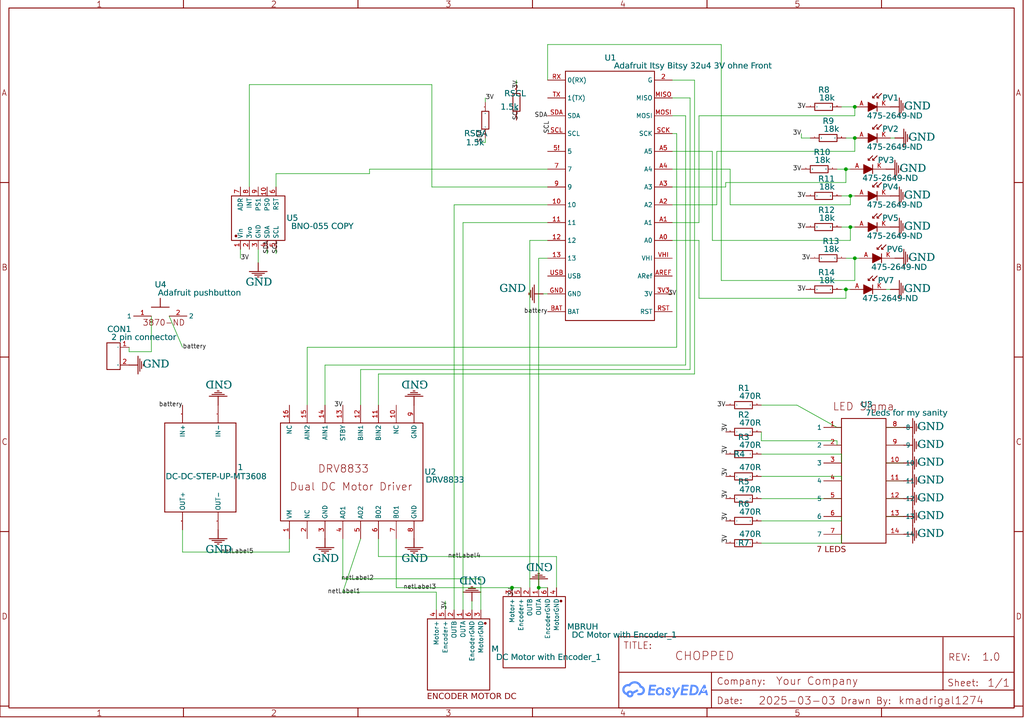
<source format=kicad_sch>
(kicad_sch (version 20250114) (generator "eeschema") (generator_version "9.0")
  (paper "User" 292.1 205.105)
  (lib_symbols
    (symbol "2 pin connector"
      (property "Reference" "CON1" (at -1.1176 8.5217 0))
      (property "Value" "2 pin connector" (at -1.1176 6.2865 0))
      (symbol "2 pin connector_0_0"
        (pin unspecified line (at 5.08 2.54 180) (length 2.54) (name "1") (number "1"))
        (pin unspecified line (at 5.08 -2.54 180) (length 2.54) (name "2") (number "2"))
      )
    )
    (symbol "475-2649-ND"
      (property "Reference" "PV1" (at 2.8194 2.1209 0))
      (property "Value" "475-2649-ND" (at -3.302 -2.9337 0))
      (symbol "475-2649-ND_0_0"
        (pin unspecified line (at -5.08 -1.27 0) (length 3.81) (name "") (number "A"))
        (pin unspecified line (at 5.08 -1.27 180) (length 3.81) (name "") (number "K"))
      )
    )
    (symbol "475-2649-ND_1"
      (property "Reference" "PV2" (at 2.8194 2.1209 0))
      (property "Value" "475-2649-ND" (at -3.302 -2.9337 0))
      (symbol "475-2649-ND_1_0_0"
        (pin unspecified line (at -5.08 -1.27 0) (length 3.81) (name "") (number "A"))
        (pin unspecified line (at 5.08 -1.27 180) (length 3.81) (name "") (number "K"))
      )
    )
    (symbol "475-2649-ND_2"
      (property "Reference" "PV3" (at 2.8194 2.1209 0))
      (property "Value" "475-2649-ND" (at -3.302 -2.9337 0))
      (symbol "475-2649-ND_2_0_0"
        (pin unspecified line (at -5.08 -1.27 0) (length 3.81) (name "") (number "A"))
        (pin unspecified line (at 5.08 -1.27 180) (length 3.81) (name "") (number "K"))
      )
    )
    (symbol "475-2649-ND_3"
      (property "Reference" "PV4" (at 2.8194 2.1209 0))
      (property "Value" "475-2649-ND" (at -3.302 -2.9337 0))
      (symbol "475-2649-ND_3_0_0"
        (pin unspecified line (at -5.08 -1.27 0) (length 3.81) (name "") (number "A"))
        (pin unspecified line (at 5.08 -1.27 180) (length 3.81) (name "") (number "K"))
      )
    )
    (symbol "475-2649-ND_4"
      (property "Reference" "PV5" (at 2.8194 2.1209 0))
      (property "Value" "475-2649-ND" (at -3.302 -2.9337 0))
      (symbol "475-2649-ND_4_0_0"
        (pin unspecified line (at -5.08 -1.27 0) (length 3.81) (name "") (number "A"))
        (pin unspecified line (at 5.08 -1.27 180) (length 3.81) (name "") (number "K"))
      )
    )
    (symbol "475-2649-ND_5"
      (property "Reference" "PV6" (at 2.8194 2.1209 0))
      (property "Value" "475-2649-ND" (at -3.302 -2.9337 0))
      (symbol "475-2649-ND_5_0_0"
        (pin unspecified line (at -5.08 -1.27 0) (length 3.81) (name "") (number "A"))
        (pin unspecified line (at 5.08 -1.27 180) (length 3.81) (name "") (number "K"))
      )
    )
    (symbol "475-2649-ND_6"
      (property "Reference" "PV7" (at 2.8194 2.1209 0))
      (property "Value" "475-2649-ND" (at -3.302 -2.9337 0))
      (symbol "475-2649-ND_6_0_0"
        (pin unspecified line (at -5.08 -1.27 0) (length 3.81) (name "") (number "A"))
        (pin unspecified line (at 5.08 -1.27 180) (length 3.81) (name "") (number "K"))
      )
    )
    (symbol "7Leds for my sanity"
      (property "Reference" "U3" (at 0.508 22.6187 0))
      (property "Value" "7Leds for my sanity" (at 0.508 20.2819 0))
      (symbol "7Leds for my sanity_0_0"
        (text "7 LEDS" (at -12.1666 -18.6309 0) (effects (font (size 1.6891 1.6891)) (justify left top)))
        (text "LED Sigma" (at -7.62 22.4917 0) (effects (font (size 2.1717 2.1717)) (justify left top)))
        (pin unspecified line (at -5.08 15.24 180) (length 5.08) (name "1") (number "1"))
        (pin unspecified line (at -5.08 10.16 180) (length 5.08) (name "2") (number "2"))
        (pin unspecified line (at -5.08 5.08 180) (length 5.08) (name "3") (number "3"))
        (pin unspecified line (at -5.08 0 180) (length 5.08) (name "4") (number "4"))
        (pin unspecified line (at -5.08 -5.08 180) (length 5.08) (name "5") (number "5"))
        (pin unspecified line (at -5.08 -10.16 180) (length 5.08) (name "6") (number "6"))
        (pin unspecified line (at -5.08 -15.24 180) (length 5.08) (name "7") (number "7"))
        (pin unspecified line (at 7.62 15.24 0) (length 5.08) (name "8") (number "8"))
        (pin unspecified line (at 7.62 10.16 0) (length 5.08) (name "9") (number "9"))
        (pin unspecified line (at 7.62 5.08 0) (length 5.08) (name "10") (number "10"))
        (pin unspecified line (at 7.62 0 0) (length 5.08) (name "11") (number "11"))
        (pin unspecified line (at 7.62 -5.08 0) (length 5.08) (name "12") (number "12"))
        (pin unspecified line (at 7.62 -10.16 0) (length 5.08) (name "13") (number "13"))
        (pin unspecified line (at 7.62 -15.24 0) (length 5.08) (name "14") (number "14"))
      )
    )
    (symbol "Adafruit Itsy Bitsy 32u4 3V ohne Front"
      (property "Reference" "U1" (at -14.1986 4.6609 0))
      (property "Value" "Adafruit Itsy Bitsy 32u4 3V ohne Front" (at -14.1986 2.4511 0))
      (symbol "Adafruit Itsy Bitsy 32u4 3V ohne Front_0_0"
        (pin unspecified line (at -30.48 -2.54 0) (length 5.08) (name "0(RX)") (number "RX"))
        (pin unspecified line (at -30.48 -7.62 0) (length 5.08) (name "1(TX)") (number "TX"))
        (pin unspecified line (at -30.48 -12.7 0) (length 5.08) (name "SDA") (number "SDA"))
        (pin unspecified line (at -30.48 -17.78 0) (length 5.08) (name "SCL") (number "SCL"))
        (pin unspecified line (at -30.48 -22.86 0) (length 5.08) (name "5") (number "5!"))
        (pin unspecified line (at -30.48 -27.94 0) (length 5.08) (name "7") (number "7"))
        (pin unspecified line (at -30.48 -33.02 0) (length 5.08) (name "9") (number "9"))
        (pin unspecified line (at -30.48 -38.1 0) (length 5.08) (name "10") (number "10"))
        (pin unspecified line (at -30.48 -43.18 0) (length 5.08) (name "11") (number "11"))
        (pin unspecified line (at -30.48 -48.26 0) (length 5.08) (name "12") (number "12"))
        (pin unspecified line (at -30.48 -53.34 0) (length 5.08) (name "13") (number "13"))
        (pin unspecified line (at -30.48 -58.42 0) (length 5.08) (name "USB") (number "USB"))
        (pin unspecified line (at -30.48 -63.5 0) (length 5.08) (name "GND") (number "GND"))
        (pin unspecified line (at -30.48 -68.58 0) (length 5.08) (name "BAT") (number "BAT"))
        (pin unspecified line (at 5.08 -2.54 180) (length 5.08) (name "G") (number "2"))
        (pin unspecified line (at 5.08 -7.62 180) (length 5.08) (name "MISO") (number "MISO"))
        (pin unspecified line (at 5.08 -12.7 180) (length 5.08) (name "MOSI") (number "MOSI"))
        (pin unspecified line (at 5.08 -17.78 180) (length 5.08) (name "SCK") (number "SCK"))
        (pin unspecified line (at 5.08 -22.86 180) (length 5.08) (name "A5") (number "A5"))
        (pin unspecified line (at 5.08 -27.94 180) (length 5.08) (name "A4") (number "A4"))
        (pin unspecified line (at 5.08 -33.02 180) (length 5.08) (name "A3") (number "A3"))
        (pin unspecified line (at 5.08 -38.1 180) (length 5.08) (name "A2") (number "A2"))
        (pin unspecified line (at 5.08 -43.18 180) (length 5.08) (name "A1") (number "A1"))
        (pin unspecified line (at 5.08 -48.26 180) (length 5.08) (name "A0") (number "A0"))
        (pin unspecified line (at 5.08 -53.34 180) (length 5.08) (name "VHI") (number "VHI"))
        (pin unspecified line (at 5.08 -58.42 180) (length 5.08) (name "ARef") (number "AREF"))
        (pin unspecified line (at 5.08 -63.5 180) (length 5.08) (name "3V") (number "3V3"))
        (pin unspecified line (at 5.08 -68.58 180) (length 5.08) (name "RST") (number "RST"))
      )
    )
    (symbol "Adafruit pushbutton"
      (property "Reference" "U4" (at 6.096 9.8171 0))
      (property "Value" "Adafruit pushbutton" (at 6.096 7.5311 0))
      (symbol "Adafruit pushbutton_0_0"
        (text "3870-ND" (at 2.54 -0.8509 0) (effects (font (size 1.6891 1.6891)) (justify left top)))
        (pin unspecified line (at 5.08 0 180) (length 5.08) (name "1") (number "1"))
        (pin unspecified line (at 10.16 0 0) (length 5.08) (name "2") (number "2"))
      )
    )
    (symbol "BNO-055 COPY"
      (property "Reference" "U5" (at 8.128 0.8763 0))
      (property "Value" "BNO-055 COPY" (at 8.128 -1.4097 0))
      (symbol "BNO-055 COPY_0_0"
        (pin unspecified line (at -5.08 8.89 270) (length 2.54) (name "ADR") (number "7"))
        (pin unspecified line (at -5.08 -8.89 90) (length 2.54) (name "Vin") (number "1"))
        (pin unspecified line (at -2.54 8.89 270) (length 2.54) (name "INT") (number "8"))
        (pin unspecified line (at -2.54 -8.89 90) (length 2.54) (name "3vo") (number "2"))
        (pin unspecified line (at 0 8.89 270) (length 2.54) (name "PS1") (number "9"))
        (pin unspecified line (at 0 -8.89 90) (length 2.54) (name "GND") (number "3"))
        (pin unspecified line (at 2.54 8.89 270) (length 2.54) (name "PS0") (number "10"))
        (pin unspecified line (at 2.54 -8.89 90) (length 2.54) (name "SDA") (number "4"))
        (pin unspecified line (at 5.08 8.89 270) (length 2.54) (name "RST") (number "6"))
        (pin unspecified line (at 5.08 -8.89 90) (length 2.54) (name "SCL") (number "5"))
      )
    )
    (symbol "Basic Resistor"
      (property "Reference" "R8" (at -1.4986 5.6769 0))
      (property "Value" "18k" (at -1.4986 3.4671 0))
      (symbol "Basic Resistor_0_0"
        (pin unspecified line (at -5.08 0 0) (length 2.54) (name "1") (number "1"))
        (pin unspecified line (at 5.08 0 180) (length 2.54) (name "2") (number "2"))
      )
    )
    (symbol "Basic Resistor_1"
      (property "Reference" "R9" (at -1.4986 5.6769 0))
      (property "Value" "18k" (at -1.4986 3.4671 0))
      (symbol "Basic Resistor_1_0_0"
        (pin unspecified line (at -5.08 0 0) (length 2.54) (name "1") (number "1"))
        (pin unspecified line (at 5.08 0 180) (length 2.54) (name "2") (number "2"))
      )
    )
    (symbol "Basic Resistor_10"
      (property "Reference" "R2" (at -1.4986 5.6769 0))
      (property "Value" "470R" (at -1.4986 3.4671 0))
      (symbol "Basic Resistor_10_0_0"
        (pin unspecified line (at -5.08 0 0) (length 2.54) (name "1") (number "1"))
        (pin unspecified line (at 5.08 0 180) (length 2.54) (name "2") (number "2"))
      )
    )
    (symbol "Basic Resistor_11"
      (property "Reference" "R3" (at -1.4986 5.6769 0))
      (property "Value" "470R" (at -1.4986 3.4671 0))
      (symbol "Basic Resistor_11_0_0"
        (pin unspecified line (at -5.08 0 0) (length 2.54) (name "1") (number "1"))
        (pin unspecified line (at 5.08 0 180) (length 2.54) (name "2") (number "2"))
      )
    )
    (symbol "Basic Resistor_12"
      (property "Reference" "R4" (at -2.7686 7.2009 0))
      (property "Value" "470R" (at -1.4986 3.4671 0))
      (symbol "Basic Resistor_12_0_0"
        (pin unspecified line (at -5.08 0 0) (length 2.54) (name "1") (number "1"))
        (pin unspecified line (at 5.08 0 180) (length 2.54) (name "2") (number "2"))
      )
    )
    (symbol "Basic Resistor_13"
      (property "Reference" "R5" (at -1.4986 5.6769 0))
      (property "Value" "470R" (at -1.4986 3.4671 0))
      (symbol "Basic Resistor_13_0_0"
        (pin unspecified line (at -5.08 0 0) (length 2.54) (name "1") (number "1"))
        (pin unspecified line (at 5.08 0 180) (length 2.54) (name "2") (number "2"))
      )
    )
    (symbol "Basic Resistor_14"
      (property "Reference" "R6" (at -1.4986 5.6769 0))
      (property "Value" "470R" (at -1.4986 3.4671 0))
      (symbol "Basic Resistor_14_0_0"
        (pin unspecified line (at -5.08 0 0) (length 2.54) (name "1") (number "1"))
        (pin unspecified line (at 5.08 0 180) (length 2.54) (name "2") (number "2"))
      )
    )
    (symbol "Basic Resistor_15"
      (property "Reference" "R7" (at -1.4986 0.8763 0))
      (property "Value" "470R" (at -1.4986 3.4671 0))
      (symbol "Basic Resistor_15_0_0"
        (pin unspecified line (at -5.08 0 0) (length 2.54) (name "1") (number "1"))
        (pin unspecified line (at 5.08 0 180) (length 2.54) (name "2") (number "2"))
      )
    )
    (symbol "Basic Resistor_2"
      (property "Reference" "R10" (at -1.4986 5.6769 0))
      (property "Value" "18k" (at -1.4986 3.4671 0))
      (symbol "Basic Resistor_2_0_0"
        (pin unspecified line (at -5.08 0 0) (length 2.54) (name "1") (number "1"))
        (pin unspecified line (at 5.08 0 180) (length 2.54) (name "2") (number "2"))
      )
    )
    (symbol "Basic Resistor_3"
      (property "Reference" "R11" (at -1.4986 5.6769 0))
      (property "Value" "18k" (at -1.4986 3.4671 0))
      (symbol "Basic Resistor_3_0_0"
        (pin unspecified line (at -5.08 0 0) (length 2.54) (name "1") (number "1"))
        (pin unspecified line (at 5.08 0 180) (length 2.54) (name "2") (number "2"))
      )
    )
    (symbol "Basic Resistor_4"
      (property "Reference" "R12" (at -1.4986 5.6769 0))
      (property "Value" "18k" (at -1.4986 3.4671 0))
      (symbol "Basic Resistor_4_0_0"
        (pin unspecified line (at -5.08 0 0) (length 2.54) (name "1") (number "1"))
        (pin unspecified line (at 5.08 0 180) (length 2.54) (name "2") (number "2"))
      )
    )
    (symbol "Basic Resistor_5"
      (property "Reference" "R13" (at -1.4986 5.6769 0))
      (property "Value" "18k" (at -1.4986 3.4671 0))
      (symbol "Basic Resistor_5_0_0"
        (pin unspecified line (at -5.08 0 0) (length 2.54) (name "1") (number "1"))
        (pin unspecified line (at 5.08 0 180) (length 2.54) (name "2") (number "2"))
      )
    )
    (symbol "Basic Resistor_6"
      (property "Reference" "R14" (at -1.4986 5.6769 0))
      (property "Value" "18k" (at -1.4986 3.4671 0))
      (symbol "Basic Resistor_6_0_0"
        (pin unspecified line (at -5.08 0 0) (length 2.54) (name "1") (number "1"))
        (pin unspecified line (at 5.08 0 180) (length 2.54) (name "2") (number "2"))
      )
    )
    (symbol "Basic Resistor_7"
      (property "Reference" "RSDA" (at -5.969 -2.9337 0))
      (property "Value" "1.5k" (at -5.7658 -5.4737 0))
      (symbol "Basic Resistor_7_0_0"
        (pin unspecified line (at 0 5.08 270) (length 2.54) (name "2") (number "2"))
        (pin unspecified line (at 0 -5.08 90) (length 2.54) (name "1") (number "1"))
      )
    )
    (symbol "Basic Resistor_8"
      (property "Reference" "RSCL" (at -3.429 3.3909 0))
      (property "Value" "1.5k" (at -4.8006 -0.3937 0))
      (symbol "Basic Resistor_8_0_0"
        (pin unspecified line (at 0 5.08 270) (length 2.54) (name "2") (number "2"))
        (pin unspecified line (at 0 -5.08 90) (length 2.54) (name "1") (number "1"))
      )
    )
    (symbol "Basic Resistor_9"
      (property "Reference" "R1" (at -1.4986 5.6769 0))
      (property "Value" "470R" (at -1.4986 3.4671 0))
      (symbol "Basic Resistor_9_0_0"
        (pin unspecified line (at -5.08 0 0) (length 2.54) (name "1") (number "1"))
        (pin unspecified line (at 5.08 0 180) (length 2.54) (name "2") (number "2"))
      )
    )
    (symbol "DC Motor with Encoder_1"
      (property "Reference" "MBRUH" (at 9.398 1.1303 0))
      (property "Value" "DC Motor with Encoder_1" (at 9.398 -1.1557 0))
      (symbol "DC Motor with Encoder_1_0_0"
        (pin unspecified line (at -6.35 11.43 270) (length 2.54) (name "Motor+") (number "3"))
        (pin unspecified line (at -3.81 11.43 270) (length 2.54) (name "Encoder+") (number "5"))
        (pin unspecified line (at -1.27 11.43 270) (length 2.54) (name "OUTB") (number "2"))
        (pin unspecified line (at 1.27 11.43 270) (length 2.54) (name "OUTA") (number "1"))
        (pin unspecified line (at 3.81 11.43 270) (length 2.54) (name "EncoderGND") (number "6"))
        (pin unspecified line (at 6.35 11.43 270) (length 2.54) (name "MotorGND") (number "4"))
      )
    )
    (symbol "DC Motor with Encoder_1_1"
      (property "Reference" "M" (at 9.398 1.1303 0))
      (property "Value" "DC Motor with Encoder_1" (at 9.398 -1.1557 0))
      (symbol "DC Motor with Encoder_1_1_0_0"
        (text "ENCODER MOTOR DC" (at -9.017 -12.2809 0) (effects (font (size 1.6891 1.6891)) (justify left top)))
        (pin unspecified line (at -6.35 11.43 270) (length 2.54) (name "Motor+") (number "4"))
        (pin unspecified line (at -3.81 11.43 270) (length 2.54) (name "Encoder+") (number "5"))
        (pin unspecified line (at -1.27 11.43 270) (length 2.54) (name "OUTB") (number "2"))
        (pin unspecified line (at 1.27 11.43 270) (length 2.54) (name "OUTA") (number "1"))
        (pin unspecified line (at 3.81 11.43 270) (length 2.54) (name "EncoderGND") (number "6"))
        (pin unspecified line (at 6.35 11.43 270) (length 2.54) (name "MotorGND") (number "3"))
      )
    )
    (symbol "DC-DC-STEP-UP-MT3608"
      (property "Reference" "1" (at 10.668 0.8763 0))
      (property "Value" "DC-DC-STEP-UP-MT3608" (at -12.827 -1.6637 0))
      (symbol "DC-DC-STEP-UP-MT3608_0_0"
        (pin bidirectional line (at -5.08 17.78 270) (length 4.9784) (name "IN+") (number "IN+"))
        (pin bidirectional line (at -5.08 -17.78 90) (length 4.9784) (name "OUT+") (number "OUT+"))
        (pin bidirectional line (at 5.08 17.78 270) (length 4.9784) (name "IN-") (number "IN-"))
        (pin bidirectional line (at 5.08 -17.78 90) (length 4.9784) (name "OUT-") (number "OUT-"))
      )
    )
    (symbol "DRV8833"
      (property "Reference" "U2" (at 38.608 19.9009 0))
      (property "Value" "DRV8833" (at 38.608 17.6911 0))
      (symbol "DRV8833_0_0"
        (text "Dual DC Motor Driver" (at 0 16.1417 0) (effects (font (size 2.1717 2.1717)) (justify left top)))
        (text "DRV8833" (at 8.0772 21.2471 0) (effects (font (size 2.1717 2.1717)) (justify left top)))
        (pin unspecified line (at 0 38.1 270) (length 5.08) (name "NC") (number "16"))
        (pin unspecified line (at 0 0 90) (length 5.08) (name "VM") (number "1"))
        (pin unspecified line (at 5.08 38.1 270) (length 5.08) (name "AIN2") (number "15"))
        (pin unspecified line (at 5.08 0 90) (length 5.08) (name "NC") (number "2"))
        (pin unspecified line (at 10.16 38.1 270) (length 5.08) (name "AIN1") (number "14"))
        (pin unspecified line (at 10.16 0 90) (length 5.08) (name "GND") (number "3"))
        (pin unspecified line (at 15.24 38.1 270) (length 5.08) (name "STBY") (number "13"))
        (pin unspecified line (at 15.24 0 90) (length 5.08) (name "AO1") (number "4"))
        (pin unspecified line (at 20.32 38.1 270) (length 5.08) (name "BIN1") (number "12"))
        (pin unspecified line (at 20.32 0 90) (length 5.08) (name "AO2") (number "5"))
        (pin unspecified line (at 25.4 38.1 270) (length 5.08) (name "BIN2") (number "11"))
        (pin unspecified line (at 25.4 0 90) (length 5.08) (name "BO2") (number "6"))
        (pin unspecified line (at 30.48 38.1 270) (length 5.08) (name "NC") (number "10"))
        (pin unspecified line (at 30.48 0 90) (length 5.08) (name "BO1") (number "7"))
        (pin unspecified line (at 35.56 38.1 270) (length 5.08) (name "GND") (number "9"))
        (pin unspecified line (at 35.56 0 90) (length 5.08) (name "GND") (number "8"))
      )
    )
    (symbol "GND" (power) (pin_numbers (hide yes)) (pin_names (hide yes))
      (property "Value" "GND" (at 0 -6.35 0))
      (symbol "GND_0_0"
        (pin power_in line (at 0 0 270) (length 0) (name "GND") (number "1"))
      )
    )
    (symbol "Unknown_0_-806"
      (symbol "Unknown_0_-806_0_0"
        (text "A" (at 0.381 -25.7429 0) (effects (font (size 1.6891 1.6891)) (justify left top)))
        (text "B" (at 0.381 -75.5269 0) (effects (font (size 1.6891 1.6891)) (justify left top)))
        (text "C" (at 0.381 -125.3109 0) (effects (font (size 1.6891 1.6891)) (justify left top)))
        (text "D" (at 0.381 -175.0949 0) (effects (font (size 1.6891 1.6891)) (justify left top)))
        (text "1" (at 27.432 -0.4699 0) (effects (font (size 1.6891 1.6891)) (justify left top)))
        (text "1" (at 27.432 -202.6539 0) (effects (font (size 1.6891 1.6891)) (justify left top)))
        (text "2" (at 77.216 -0.4699 0) (effects (font (size 1.6891 1.6891)) (justify left top)))
        (text "2" (at 77.216 -202.6539 0) (effects (font (size 1.6891 1.6891)) (justify left top)))
        (text "3" (at 127 -0.4699 0) (effects (font (size 1.6891 1.6891)) (justify left top)))
        (text "3" (at 127 -202.6539 0) (effects (font (size 1.6891 1.6891)) (justify left top)))
        (text "4" (at 176.784 -0.4699 0) (effects (font (size 1.6891 1.6891)) (justify left top)))
        (text "4" (at 176.784 -202.6539 0) (effects (font (size 1.6891 1.6891)) (justify left top)))
        (text "TITLE:" (at 177.7746 -183.2356 0) (effects (font (size 1.9304 1.9304)) (justify left top)))
        (text "CHOPPED" (at 192.4304 -185.928 0) (effects (font (size 2.413 2.413)) (justify left top)))
        (text "Company:" (at 204.3684 -193.4464 0) (effects (font (size 1.9304 1.9304)) (justify left top)))
        (text "Date:" (at 204.3684 -198.9836 0) (effects (font (size 1.9304 1.9304)) (justify left top)))
        (text "2025-03-03" (at 216.3064 -198.8439 0) (effects (font (size 2.1717 2.1717)) (justify left top)))
        (text "Your Company" (at 221.2848 -193.2305 0) (effects (font (size 2.1717 2.1717)) (justify left top)))
        (text "5" (at 226.568 -0.4699 0) (effects (font (size 1.6891 1.6891)) (justify left top)))
        (text "5" (at 226.568 -202.6539 0) (effects (font (size 1.6891 1.6891)) (justify left top)))
        (text "Drawn By:" (at 239.6744 -199.0344 0) (effects (font (size 1.9304 1.9304)) (justify left top)))
        (text "kmadrigal1274" (at 256.1844 -198.7931 0) (effects (font (size 2.1717 2.1717)) (justify left top)))
        (text "Sheet:" (at 270.1544 -193.9036 0) (effects (font (size 1.9304 1.9304)) (justify left top)))
        (text "REV:" (at 270.4084 -186.5884 0) (effects (font (size 1.9304 1.9304)) (justify left top)))
        (text "1.0" (at 280.0604 -186.3471 0) (effects (font (size 2.1717 2.1717)) (justify left top)))
        (text "1/1" (at 281.5844 -193.7639 0) (effects (font (size 2.1717 2.1717)) (justify left top)))
        (text "A" (at 289.687 -25.7429 0) (effects (font (size 1.6891 1.6891)) (justify left top)))
        (text "B" (at 289.687 -75.5269 0) (effects (font (size 1.6891 1.6891)) (justify left top)))
        (text "C" (at 289.687 -125.3109 0) (effects (font (size 1.6891 1.6891)) (justify left top)))
        (text "D" (at 289.687 -175.0949 0) (effects (font (size 1.6891 1.6891)) (justify left top)))
      )
    )
  )
  (junction (at 243.84 73.66))
  (junction (at 243.84 39.37))
  (junction (at 241.3 82.55))
  (junction (at 241.3 48.26))
  (junction (at 242.57 55.88))
  (junction (at 153.67 167.64))
  (junction (at 146.05 167.64))
  (junction (at 242.57 64.77))
  (junction (at 243.84 30.48))
  (wire (pts (xy 203.2 43.18) (xy 203.2 68.58)))
  (wire (pts (xy 243.84 43.18) (xy 243.84 39.37)))
  (wire (pts (xy 191.77 48.26) (xy 208.28 48.26)))
  (wire (pts (xy 241.3 82.55) (xy 240.03 82.55)))
  (wire (pts (xy 191.77 68.58) (xy 199.39 68.58)))
  (wire (pts (xy 107.95 153.67) (xy 107.95 158.75)))
  (wire (pts (xy 207.01 52.07) (xy 241.3 52.07)))
  (wire (pts (xy 105.41 49.53) (xy 105.41 48.26)))
  (wire (pts (xy 124.46 168.91) (xy 124.46 173.99)))
  (wire (pts (xy 158.75 158.75) (xy 158.75 167.64)))
  (wire (pts (xy 127 173.99) (xy 127 171.45)))
  (wire (pts (xy 156.21 22.86) (xy 156.21 12.7)))
  (wire (pts (xy 43.18 100.33) (xy 36.83 100.33)))
  (wire (pts (xy 217.17 154.94) (xy 240.03 154.94)))
  (wire (pts (xy 191.77 33.02) (xy 195.58 33.02)))
  (wire (pts (xy 73.66 74.93) (xy 73.66 71.12)))
  (wire (pts (xy 231.14 39.37) (xy 228.6 39.37)))
  (wire (pts (xy 252.73 142.24) (xy 257.81 142.24)))
  (wire (pts (xy 132.08 63.5) (xy 156.21 63.5)))
  (wire (pts (xy 97.79 153.67) (xy 97.79 165.1)))
  (wire (pts (xy 217.17 148.59) (xy 240.03 148.59)))
  (wire (pts (xy 228.6 39.37) (xy 228.6 38.1)))
  (wire (pts (xy 191.77 27.94) (xy 196.85 27.94)))
  (wire (pts (xy 199.39 68.58) (xy 199.39 85.09)))
  (wire (pts (xy 199.39 85.09) (xy 241.3 85.09)))
  (wire (pts (xy 148.59 167.64) (xy 146.05 167.64)))
  (wire (pts (xy 238.76 127) (xy 238.76 125.73)))
  (wire (pts (xy 240.03 55.88) (xy 242.57 55.88)))
  (wire (pts (xy 156.21 83.82) (xy 154.94 83.82)))
  (wire (pts (xy 252.73 82.55) (xy 254 82.55)))
  (wire (pts (xy 138.43 29.21) (xy 138.43 27.94)))
  (wire (pts (xy 238.76 121.92) (xy 227.33 115.57)))
  (wire (pts (xy 243.84 73.66) (xy 245.11 73.66)))
  (wire (pts (xy 198.12 106.68) (xy 107.95 106.68)))
  (wire (pts (xy 217.17 142.24) (xy 240.03 142.24)))
  (wire (pts (xy 243.84 33.02) (xy 243.84 30.48)))
  (wire (pts (xy 156.21 12.7) (xy 205.74 12.7)))
  (wire (pts (xy 137.16 40.64) (xy 138.43 40.64)))
  (wire (pts (xy 241.3 85.09) (xy 241.3 82.55)))
  (wire (pts (xy 240.03 127) (xy 238.76 127)))
  (wire (pts (xy 36.83 100.33) (xy 36.83 99.06)))
  (wire (pts (xy 195.58 33.02) (xy 195.58 104.14)))
  (wire (pts (xy 129.54 173.99) (xy 129.54 58.42)))
  (wire (pts (xy 68.58 73.66) (xy 68.58 71.12)))
  (wire (pts (xy 240.03 129.54) (xy 240.03 132.08)))
  (wire (pts (xy 205.74 80.01) (xy 243.84 80.01)))
  (wire (pts (xy 252.73 121.92) (xy 257.81 121.92)))
  (wire (pts (xy 242.57 55.88) (xy 243.84 55.88)))
  (wire (pts (xy 240.03 154.94) (xy 240.03 152.4)))
  (wire (pts (xy 191.77 38.1) (xy 193.04 38.1)))
  (wire (pts (xy 242.57 64.77) (xy 243.84 64.77)))
  (wire (pts (xy 204.47 43.18) (xy 243.84 43.18)))
  (wire (pts (xy 137.16 165.1) (xy 137.16 173.99)))
  (wire (pts (xy 208.28 48.26) (xy 208.28 58.42)))
  (wire (pts (xy 76.2 72.39) (xy 76.2 71.12)))
  (wire (pts (xy 123.19 24.13) (xy 123.19 53.34)))
  (wire (pts (xy 227.33 115.57) (xy 217.17 115.57)))
  (wire (pts (xy 151.13 68.58) (xy 156.21 68.58)))
  (wire (pts (xy 43.18 90.17) (xy 43.18 100.33)))
  (wire (pts (xy 102.87 153.67) (xy 97.79 168.91)))
  (wire (pts (xy 196.85 27.94) (xy 196.85 105.41)))
  (wire (pts (xy 97.79 168.91) (xy 124.46 168.91)))
  (wire (pts (xy 252.73 137.16) (xy 257.81 137.16)))
  (wire (pts (xy 113.03 153.67) (xy 113.03 167.64)))
  (wire (pts (xy 199.39 33.02) (xy 243.84 33.02)))
  (wire (pts (xy 217.17 135.89) (xy 240.03 135.89)))
  (wire (pts (xy 207.01 53.34) (xy 207.01 52.07)))
  (wire (pts (xy 240.03 148.59) (xy 240.03 147.32)))
  (wire (pts (xy 242.57 82.55) (xy 241.3 82.55)))
  (wire (pts (xy 252.73 127) (xy 257.81 127)))
  (wire (pts (xy 193.04 99.06) (xy 87.63 99.06)))
  (wire (pts (xy 191.77 58.42) (xy 204.47 58.42)))
  (wire (pts (xy 238.76 125.73) (xy 217.17 125.73)))
  (wire (pts (xy 107.95 106.68) (xy 107.95 115.57)))
  (wire (pts (xy 191.77 63.5) (xy 199.39 63.5)))
  (wire (pts (xy 134.62 173.99) (xy 134.62 171.45)))
  (wire (pts (xy 82.55 157.48) (xy 82.55 153.67)))
  (wire (pts (xy 92.71 104.14) (xy 92.71 115.57)))
  (wire (pts (xy 191.77 43.18) (xy 203.2 43.18)))
  (wire (pts (xy 78.74 53.34) (xy 78.74 49.53)))
  (wire (pts (xy 153.67 167.64) (xy 153.67 73.66)))
  (wire (pts (xy 208.28 58.42) (xy 242.57 58.42)))
  (wire (pts (xy 52.07 151.13) (xy 52.07 157.48)))
  (wire (pts (xy 217.17 129.54) (xy 240.03 129.54)))
  (wire (pts (xy 191.77 83.82) (xy 190.5 83.82)))
  (wire (pts (xy 195.58 104.14) (xy 92.71 104.14)))
  (wire (pts (xy 97.79 165.1) (xy 137.16 165.1)))
  (wire (pts (xy 52.07 157.48) (xy 82.55 157.48)))
  (wire (pts (xy 243.84 30.48) (xy 240.03 30.48)))
  (wire (pts (xy 254 39.37) (xy 255.27 39.37)))
  (wire (pts (xy 240.03 64.77) (xy 242.57 64.77)))
  (wire (pts (xy 87.63 99.06) (xy 87.63 115.57)))
  (wire (pts (xy 240.03 135.89) (xy 240.03 137.16)))
  (wire (pts (xy 123.19 53.34) (xy 156.21 53.34)))
  (wire (pts (xy 102.87 105.41) (xy 102.87 115.57)))
  (wire (pts (xy 132.08 173.99) (xy 132.08 63.5)))
  (wire (pts (xy 107.95 158.75) (xy 158.75 158.75)))
  (wire (pts (xy 243.84 80.01) (xy 243.84 73.66)))
  (wire (pts (xy 203.2 68.58) (xy 242.57 68.58)))
  (wire (pts (xy 242.57 68.58) (xy 242.57 64.77)))
  (wire (pts (xy 151.13 167.64) (xy 151.13 68.58)))
  (wire (pts (xy 252.73 152.4) (xy 257.81 152.4)))
  (wire (pts (xy 241.3 48.26) (xy 242.57 48.26)))
  (wire (pts (xy 193.04 38.1) (xy 193.04 99.06)))
  (wire (pts (xy 156.21 167.64) (xy 153.67 167.64)))
  (wire (pts (xy 241.3 52.07) (xy 241.3 48.26)))
  (wire (pts (xy 238.76 48.26) (xy 241.3 48.26)))
  (wire (pts (xy 217.17 125.73) (xy 217.17 123.19)))
  (wire (pts (xy 191.77 22.86) (xy 198.12 22.86)))
  (wire (pts (xy 78.74 49.53) (xy 105.41 49.53)))
  (wire (pts (xy 199.39 63.5) (xy 199.39 33.02)))
  (wire (pts (xy 147.32 24.13) (xy 147.32 22.86)))
  (wire (pts (xy 243.84 39.37) (xy 241.3 39.37)))
  (wire (pts (xy 129.54 58.42) (xy 156.21 58.42)))
  (wire (pts (xy 252.73 147.32) (xy 257.81 147.32)))
  (wire (pts (xy 71.12 24.13) (xy 123.19 24.13)))
  (wire (pts (xy 242.57 58.42) (xy 242.57 55.88)))
  (wire (pts (xy 240.03 121.92) (xy 238.76 121.92)))
  (wire (pts (xy 196.85 105.41) (xy 102.87 105.41)))
  (wire (pts (xy 71.12 53.34) (xy 71.12 24.13)))
  (wire (pts (xy 138.43 40.64) (xy 138.43 39.37)))
  (wire (pts (xy 191.77 53.34) (xy 207.01 53.34)))
  (wire (pts (xy 105.41 48.26) (xy 156.21 48.26)))
  (wire (pts (xy 52.07 99.06) (xy 48.26 90.17)))
  (wire (pts (xy 204.47 58.42) (xy 204.47 43.18)))
  (wire (pts (xy 153.67 73.66) (xy 156.21 73.66)))
  (wire (pts (xy 78.74 72.39) (xy 78.74 71.12)))
  (wire (pts (xy 252.73 132.08) (xy 257.81 132.08)))
  (wire (pts (xy 113.03 167.64) (xy 146.05 167.64)))
  (wire (pts (xy 205.74 12.7) (xy 205.74 80.01)))
  (wire (pts (xy 241.3 73.66) (xy 243.84 73.66)))
  (wire (pts (xy 198.12 22.86) (xy 198.12 106.68)))
  (label "SDA" (at 137.16 40.64 90))
  (label "3V" (at 229.87 55.88 180))
  (label "3V" (at 146.05 167.64 270))
  (label "SDA" (at 76.2 72.39 90))
  (label "3V" (at 207.01 142.24 90))
  (label "3V" (at 207.01 148.59 90))
  (label "3V" (at 229.87 82.55 180))
  (label "3V" (at 190.5 83.82 0))
  (label "netLabel3" (at 124.46 167.64 180))
  (label "SCL" (at 156.21 38.1 90))
  (label "3V" (at 228.6 38.1 180))
  (label "3V" (at 127 171.45 270))
  (label "SDA" (at 156.21 33.02 180))
  (label "3V" (at 207.01 154.94 90))
  (label "3V" (at 229.87 64.77 180))
  (label "3V" (at 97.79 115.57 180))
  (label "3V" (at 147.32 22.86 270))
  (label "battery" (at 52.07 99.06 0))
  (label "netLabel2" (at 106.68 165.1 180))
  (label "3V" (at 207.01 115.57 180))
  (label "SCL" (at 78.74 72.39 90))
  (label "3V" (at 138.43 27.94 0))
  (label "3V" (at 231.14 73.66 180))
  (label "3V" (at 207.01 123.19 90))
  (label "SCL" (at 147.32 34.29 90))
  (label "3V" (at 207.01 135.89 90))
  (label "3V" (at 68.58 73.66 0))
  (label "3V" (at 207.01 129.54 90))
  (label "netLabel5" (at 72.39 157.48 180))
  (label "3V" (at 229.87 30.48 180))
  (label "netLabel1" (at 102.87 168.91 180))
  (label "3V" (at 228.6 48.26 180))
  (label "battery" (at 156.21 88.9 180))
  (label "battery" (at 52.07 115.57 180))
  (label "netLabel4" (at 137.16 158.75 180))
  (symbol (lib_id "GND") (at 257.81 147.32 90) (unit 0)
    (property "Reference" "#PWR?" (effects (hide yes)))
    (property "Value" "GND" (at 262.001 148.3868 -90) (effects (font (size 2.1717 2.1717)) (justify left bottom)))
    (property "Description" "Power symbol creates a global label with name 'GND'" (effects (hide yes)))
  )
  (symbol (lib_id "GND") (at 254 64.77 90) (unit 0)
    (property "Reference" "#PWR?" (effects (hide yes)))
    (property "Value" "GND" (at 258.191 65.8368 -90) (effects (font (size 2.1717 2.1717)) (justify left bottom)))
    (property "Description" "Power symbol creates a global label with name 'GND'" (effects (hide yes)))
  )
  (symbol (lib_id "GND") (at 254 82.55 90) (unit 0)
    (property "Reference" "#PWR?" (effects (hide yes)))
    (property "Value" "GND" (at 258.191 83.6168 -90) (effects (font (size 2.1717 2.1717)) (justify left bottom)))
    (property "Description" "Power symbol creates a global label with name 'GND'" (effects (hide yes)))
  )
  (symbol (lib_id "475-2649-ND") (at 248.92 29.21 0) (unit 0)
    (property "Reference" "PV1" (at 251.7394 27.0891 0) (effects (font (size 1.6891 1.6891)) (justify left top)))
    (property "Value" "475-2649-ND" (at 245.618 32.1437 0) (effects (font (size 1.6891 1.6891)) (justify left top)))
  )
  (symbol (lib_id "GND") (at 252.73 48.26 90) (unit 0)
    (property "Reference" "#PWR?" (effects (hide yes)))
    (property "Value" "GND" (at 256.921 49.3268 -90) (effects (font (size 2.1717 2.1717)) (justify left bottom)))
    (property "Description" "Power symbol creates a global label with name 'GND'" (effects (hide yes)))
  )
  (symbol (lib_id "Basic Resistor_4") (at 234.95 64.77 0) (unit 0)
    (property "Reference" "R12" (at 233.4514 59.0931 0) (effects (font (size 1.6891 1.6891)) (justify left top)))
    (property "Value" "18k" (at 233.4514 61.3029 0) (effects (font (size 1.6891 1.6891)) (justify left top)))
    (property "Manufacturer Part" "EWWR0001J20R0T9" (effects (hide yes)))
    (property "Manufacturer" "ResistorToday" (effects (hide yes)))
    (property "Supplier Part" "C348838" (effects (hide yes)))
    (property "Supplier" "LCSC" (effects (hide yes)))
  )
  (symbol (lib_id "DC Motor with Encoder_1") (at 152.4 179.07 0) (unit 0)
    (property "Reference" "MBRUH" (at 161.798 177.9397 0) (effects (font (size 1.6891 1.6891)) (justify left top)))
    (property "Value" "DC Motor with Encoder_1" (at 161.798 180.2257 0) (effects (font (size 1.6891 1.6891)) (justify left top)))
  )
  (symbol (lib_id "GND") (at 36.83 104.14 90) (unit 0)
    (property "Reference" "#PWR?" (effects (hide yes)))
    (property "Value" "GND" (at 41.021 105.156 -90) (effects (font (size 2.1717 2.1717)) (justify left bottom)))
    (property "Description" "Power symbol creates a global label with name 'GND'" (effects (hide yes)))
  )
  (symbol (lib_id "DC Motor with Encoder_1_1") (at 130.81 185.42 0) (unit 0)
    (property "Reference" "M" (at 140.208 184.2897 0) (effects (font (size 1.6891 1.6891)) (justify left top)))
    (property "Value" "DC Motor with Encoder_1" (at 140.208 186.5757 0) (effects (font (size 1.6891 1.6891)) (justify left top)))
  )
  (symbol (lib_id "Unknown_0_-806") (at 0 -0.254 0) (unit 0)
    (property "Reference" "A" (effects (hide yes)))
    (property "Value" "A" (effects (hide yes)))
    (property "Manufacturer Part" "?" (effects (hide yes)))
  )
  (symbol (lib_id "GND") (at 92.71 153.67 0) (unit 0)
    (property "Reference" "#PWR?" (effects (hide yes)))
    (property "Value" "GND" (at 89.408 160.6042 0) (effects (font (size 2.1717 2.1717)) (justify left bottom)))
    (property "Description" "Power symbol creates a global label with name 'GND'" (effects (hide yes)))
  )
  (symbol (lib_id "Basic Resistor_3") (at 234.95 55.88 0) (unit 0)
    (property "Reference" "R11" (at 233.4514 50.2031 0) (effects (font (size 1.6891 1.6891)) (justify left top)))
    (property "Value" "18k" (at 233.4514 52.4129 0) (effects (font (size 1.6891 1.6891)) (justify left top)))
    (property "Manufacturer Part" "EWWR0001J20R0T9" (effects (hide yes)))
    (property "Manufacturer" "ResistorToday" (effects (hide yes)))
    (property "Supplier Part" "C348838" (effects (hide yes)))
    (property "Supplier" "LCSC" (effects (hide yes)))
  )
  (symbol (lib_id "GND") (at 118.11 115.57 180) (unit 0)
    (property "Reference" "#PWR?" (effects (hide yes)))
    (property "Value" "GND" (at 114.808 110.744 -180) (effects (font (size 2.1717 2.1717)) (justify left bottom)))
    (property "Description" "Power symbol creates a global label with name 'GND'" (effects (hide yes)))
  )
  (symbol (lib_id "Adafruit pushbutton") (at 38.1 90.17 0) (unit 0)
    (property "Reference" "U4" (at 44.196 80.3529 0) (effects (font (size 1.6891 1.6891)) (justify left top)))
    (property "Value" "Adafruit pushbutton" (at 44.196 82.6389 0) (effects (font (size 1.6891 1.6891)) (justify left top)))
    (property "Supplier Part" "3870-ND" (effects (hide yes)))
    (property "Supplier" "Digi-Key" (effects (hide yes)))
  )
  (symbol (lib_id "GND") (at 254 30.48 90) (unit 0)
    (property "Reference" "#PWR?" (effects (hide yes)))
    (property "Value" "GND" (at 258.191 31.5468 -90) (effects (font (size 2.1717 2.1717)) (justify left bottom)))
    (property "Description" "Power symbol creates a global label with name 'GND'" (effects (hide yes)))
  )
  (symbol (lib_id "GND") (at 134.62 171.45 180) (unit 0)
    (property "Reference" "#PWR?" (effects (hide yes)))
    (property "Value" "GND" (at 131.318 166.624 -180) (effects (font (size 2.1717 2.1717)) (justify left bottom)))
    (property "Description" "Power symbol creates a global label with name 'GND'" (effects (hide yes)))
  )
  (symbol (lib_id "GND") (at 62.23 151.13 0) (unit 0)
    (property "Reference" "#PWR?" (effects (hide yes)))
    (property "Value" "GND" (at 58.928 158.0642 0) (effects (font (size 2.1717 2.1717)) (justify left bottom)))
    (property "Description" "Power symbol creates a global label with name 'GND'" (effects (hide yes)))
  )
  (symbol (lib_id "2 pin connector") (at 31.75 101.6 0) (unit 0)
    (property "Reference" "CON1" (at 30.6324 93.0783 0) (effects (font (size 1.6891 1.6891)) (justify left top)))
    (property "Value" "2 pin connector" (at 30.6324 95.3135 0) (effects (font (size 1.6891 1.6891)) (justify left top)))
  )
  (symbol (lib_id "Basic Resistor") (at 234.95 30.48 0) (unit 0)
    (property "Reference" "R8" (at 233.4514 24.8031 0) (effects (font (size 1.6891 1.6891)) (justify left top)))
    (property "Value" "18k" (at 233.4514 27.0129 0) (effects (font (size 1.6891 1.6891)) (justify left top)))
    (property "Manufacturer Part" "EWWR0001J20R0T9" (effects (hide yes)))
    (property "Manufacturer" "ResistorToday" (effects (hide yes)))
    (property "Supplier Part" "C348838" (effects (hide yes)))
    (property "Supplier" "LCSC" (effects (hide yes)))
  )
  (symbol (lib_id "Basic Resistor_1") (at 236.22 39.37 0) (unit 0)
    (property "Reference" "R9" (at 234.7214 33.6931 0) (effects (font (size 1.6891 1.6891)) (justify left top)))
    (property "Value" "18k" (at 234.7214 35.9029 0) (effects (font (size 1.6891 1.6891)) (justify left top)))
    (property "Manufacturer Part" "EWWR0001J20R0T9" (effects (hide yes)))
    (property "Manufacturer" "ResistorToday" (effects (hide yes)))
    (property "Supplier Part" "C348838" (effects (hide yes)))
    (property "Supplier" "LCSC" (effects (hide yes)))
  )
  (symbol (lib_id "DC-DC-STEP-UP-MT3608") (at 57.15 133.35 0) (unit 0)
    (property "Reference" "1" (at 67.818 132.4737 0) (effects (font (size 1.6891 1.6891)) (justify left top)))
    (property "Value" "DC-DC-STEP-UP-MT3608" (at 44.323 135.0137 0) (effects (font (size 1.6891 1.6891)) (justify left top)))
  )
  (symbol (lib_id "475-2649-ND_3") (at 248.92 54.61 0) (unit 0)
    (property "Reference" "PV4" (at 251.7394 52.4891 0) (effects (font (size 1.6891 1.6891)) (justify left top)))
    (property "Value" "475-2649-ND" (at 245.618 57.5437 0) (effects (font (size 1.6891 1.6891)) (justify left top)))
  )
  (symbol (lib_id "GND") (at 73.66 74.93 0) (unit 0)
    (property "Reference" "#PWR?" (effects (hide yes)))
    (property "Value" "GND" (at 70.358 81.788 0) (effects (font (size 2.1717 2.1717)) (justify left bottom)))
    (property "Description" "Power symbol creates a global label with name 'GND'" (effects (hide yes)))
  )
  (symbol (lib_id "GND") (at 257.81 127 90) (unit 0)
    (property "Reference" "#PWR?" (effects (hide yes)))
    (property "Value" "GND" (at 262.001 128.0668 -90) (effects (font (size 2.1717 2.1717)) (justify left bottom)))
    (property "Description" "Power symbol creates a global label with name 'GND'" (effects (hide yes)))
  )
  (symbol (lib_id "475-2649-ND_2") (at 247.65 46.99 0) (unit 0)
    (property "Reference" "PV3" (at 250.4694 44.8691 0) (effects (font (size 1.6891 1.6891)) (justify left top)))
    (property "Value" "475-2649-ND" (at 244.348 49.9237 0) (effects (font (size 1.6891 1.6891)) (justify left top)))
  )
  (symbol (lib_id "GND") (at 118.11 153.67 0) (unit 0)
    (property "Reference" "#PWR?" (effects (hide yes)))
    (property "Value" "GND" (at 114.808 160.6042 0) (effects (font (size 2.1717 2.1717)) (justify left bottom)))
    (property "Description" "Power symbol creates a global label with name 'GND'" (effects (hide yes)))
  )
  (symbol (lib_id "Basic Resistor_11") (at 212.09 129.54 0) (unit 0)
    (property "Reference" "R3" (at 210.5914 123.8631 0) (effects (font (size 1.6891 1.6891)) (justify left top)))
    (property "Value" "470R" (at 210.5914 126.0729 0) (effects (font (size 1.6891 1.6891)) (justify left top)))
    (property "Manufacturer Part" "EWWR0001J20R0T9" (effects (hide yes)))
    (property "Manufacturer" "ResistorToday" (effects (hide yes)))
    (property "Supplier Part" "C348838" (effects (hide yes)))
    (property "Supplier" "LCSC" (effects (hide yes)))
  )
  (symbol (lib_id "Adafruit Itsy Bitsy 32u4 3V ohne Front") (at 186.69 20.32 0) (unit 0)
    (property "Reference" "U1" (at 172.4914 15.6591 0) (effects (font (size 1.6891 1.6891)) (justify left top)))
    (property "Value" "Adafruit Itsy Bitsy 32u4 3V ohne Front" (at 172.4914 17.8689 0) (effects (font (size 1.6891 1.6891)) (justify left top)))
    (property "Manufacturer Part" "Adafruit Itsy Bitsy 32u4 5V" (effects (hide yes)))
  )
  (symbol (lib_id "DRV8833") (at 82.55 153.67 0) (unit 0)
    (property "Reference" "U2" (at 121.158 133.7691 0) (effects (font (size 1.6891 1.6891)) (justify left top)))
    (property "Value" "DRV8833" (at 121.158 135.9789 0) (effects (font (size 1.6891 1.6891)) (justify left top)))
  )
  (symbol (lib_id "Basic Resistor_2") (at 233.68 48.26 0) (unit 0)
    (property "Reference" "R10" (at 232.1814 42.5831 0) (effects (font (size 1.6891 1.6891)) (justify left top)))
    (property "Value" "18k" (at 232.1814 44.7929 0) (effects (font (size 1.6891 1.6891)) (justify left top)))
    (property "Manufacturer Part" "EWWR0001J20R0T9" (effects (hide yes)))
    (property "Manufacturer" "ResistorToday" (effects (hide yes)))
    (property "Supplier Part" "C348838" (effects (hide yes)))
    (property "Supplier" "LCSC" (effects (hide yes)))
  )
  (symbol (lib_id "GND") (at 255.27 73.66 90) (unit 0)
    (property "Reference" "#PWR?" (effects (hide yes)))
    (property "Value" "GND" (at 259.461 74.7268 -90) (effects (font (size 2.1717 2.1717)) (justify left bottom)))
    (property "Description" "Power symbol creates a global label with name 'GND'" (effects (hide yes)))
  )
  (symbol (lib_id "Basic Resistor_15") (at 212.09 154.94 0) (unit 0)
    (property "Reference" "R7" (at 210.5914 154.0637 0) (effects (font (size 1.6891 1.6891)) (justify left top)))
    (property "Value" "470R" (at 210.5914 151.4729 0) (effects (font (size 1.6891 1.6891)) (justify left top)))
    (property "Manufacturer Part" "EWWR0001J20R0T9" (effects (hide yes)))
    (property "Manufacturer" "ResistorToday" (effects (hide yes)))
    (property "Supplier Part" "C348838" (effects (hide yes)))
    (property "Supplier" "LCSC" (effects (hide yes)))
  )
  (symbol (lib_id "GND") (at 153.67 167.64 180) (unit 0)
    (property "Reference" "#PWR?" (effects (hide yes)))
    (property "Value" "GND" (at 150.368 162.814 -180) (effects (font (size 2.1717 2.1717)) (justify left bottom)))
    (property "Description" "Power symbol creates a global label with name 'GND'" (effects (hide yes)))
  )
  (symbol (lib_id "475-2649-ND_5") (at 250.19 72.39 0) (unit 0)
    (property "Reference" "PV6" (at 253.0094 70.2691 0) (effects (font (size 1.6891 1.6891)) (justify left top)))
    (property "Value" "475-2649-ND" (at 246.888 75.3237 0) (effects (font (size 1.6891 1.6891)) (justify left top)))
  )
  (symbol (lib_id "Basic Resistor_13") (at 212.09 142.24 0) (unit 0)
    (property "Reference" "R5" (at 210.5914 136.5631 0) (effects (font (size 1.6891 1.6891)) (justify left top)))
    (property "Value" "470R" (at 210.5914 138.7729 0) (effects (font (size 1.6891 1.6891)) (justify left top)))
    (property "Manufacturer Part" "EWWR0001J20R0T9" (effects (hide yes)))
    (property "Manufacturer" "ResistorToday" (effects (hide yes)))
    (property "Supplier Part" "C348838" (effects (hide yes)))
    (property "Supplier" "LCSC" (effects (hide yes)))
  )
  (symbol (lib_id "Basic Resistor_6") (at 234.95 82.55 0) (unit 0)
    (property "Reference" "R14" (at 233.4514 76.8731 0) (effects (font (size 1.6891 1.6891)) (justify left top)))
    (property "Value" "18k" (at 233.4514 79.0829 0) (effects (font (size 1.6891 1.6891)) (justify left top)))
    (property "Manufacturer Part" "EWWR0001J20R0T9" (effects (hide yes)))
    (property "Manufacturer" "ResistorToday" (effects (hide yes)))
    (property "Supplier Part" "C348838" (effects (hide yes)))
    (property "Supplier" "LCSC" (effects (hide yes)))
  )
  (symbol (lib_id "Basic Resistor_9") (at 212.09 115.57 0) (unit 0)
    (property "Reference" "R1" (at 210.5914 109.8931 0) (effects (font (size 1.6891 1.6891)) (justify left top)))
    (property "Value" "470R" (at 210.5914 112.1029 0) (effects (font (size 1.6891 1.6891)) (justify left top)))
    (property "Manufacturer Part" "EWWR0001J20R0T9" (effects (hide yes)))
    (property "Manufacturer" "ResistorToday" (effects (hide yes)))
    (property "Supplier Part" "C348838" (effects (hide yes)))
    (property "Supplier" "LCSC" (effects (hide yes)))
  )
  (symbol (lib_id "475-2649-ND_4") (at 248.92 63.5 0) (unit 0)
    (property "Reference" "PV5" (at 251.7394 61.3791 0) (effects (font (size 1.6891 1.6891)) (justify left top)))
    (property "Value" "475-2649-ND" (at 245.618 66.4337 0) (effects (font (size 1.6891 1.6891)) (justify left top)))
  )
  (symbol (lib_id "475-2649-ND_6") (at 247.65 81.28 0) (unit 0)
    (property "Reference" "PV7" (at 250.4694 79.1591 0) (effects (font (size 1.6891 1.6891)) (justify left top)))
    (property "Value" "475-2649-ND" (at 244.348 84.2137 0) (effects (font (size 1.6891 1.6891)) (justify left top)))
  )
  (symbol (lib_id "GND") (at 257.81 132.08 90) (unit 0)
    (property "Reference" "#PWR?" (effects (hide yes)))
    (property "Value" "GND" (at 262.001 133.1468 -90) (effects (font (size 2.1717 2.1717)) (justify left bottom)))
    (property "Description" "Power symbol creates a global label with name 'GND'" (effects (hide yes)))
  )
  (symbol (lib_id "BNO-055 COPY") (at 73.66 62.23 0) (unit 0)
    (property "Reference" "U5" (at 81.788 61.3537 0) (effects (font (size 1.6891 1.6891)) (justify left top)))
    (property "Value" "BNO-055 COPY" (at 81.788 63.6397 0) (effects (font (size 1.6891 1.6891)) (justify left top)))
    (property "Supplier" "Adafruit" (effects (hide yes)))
  )
  (symbol (lib_id "GND") (at 257.81 142.24 90) (unit 0)
    (property "Reference" "#PWR?" (effects (hide yes)))
    (property "Value" "GND" (at 262.001 143.3068 -90) (effects (font (size 2.1717 2.1717)) (justify left bottom)))
    (property "Description" "Power symbol creates a global label with name 'GND'" (effects (hide yes)))
  )
  (symbol (lib_id "Basic Resistor_7") (at 138.43 34.29 0) (unit 0)
    (property "Reference" "RSDA" (at 132.461 37.2237 0) (effects (font (size 1.6891 1.6891)) (justify left top)))
    (property "Value" "1.5k" (at 132.6642 39.7637 0) (effects (font (size 1.6891 1.6891)) (justify left top)))
    (property "Manufacturer Part" "EWWR0001J20R0T9" (effects (hide yes)))
    (property "Manufacturer" "ResistorToday" (effects (hide yes)))
    (property "Supplier Part" "C348838" (effects (hide yes)))
    (property "Supplier" "LCSC" (effects (hide yes)))
  )
  (symbol (lib_id "Basic Resistor_8") (at 147.32 29.21 0) (unit 0)
    (property "Reference" "RSCL" (at 143.891 25.8191 0) (effects (font (size 1.6891 1.6891)) (justify left top)))
    (property "Value" "1.5k" (at 142.5194 29.6037 0) (effects (font (size 1.6891 1.6891)) (justify left top)))
    (property "Manufacturer Part" "EWWR0001J20R0T9" (effects (hide yes)))
    (property "Manufacturer" "ResistorToday" (effects (hide yes)))
    (property "Supplier Part" "C348838" (effects (hide yes)))
    (property "Supplier" "LCSC" (effects (hide yes)))
  )
  (symbol (lib_id "Basic Resistor_10") (at 212.09 123.19 0) (unit 0)
    (property "Reference" "R2" (at 210.5914 117.5131 0) (effects (font (size 1.6891 1.6891)) (justify left top)))
    (property "Value" "470R" (at 210.5914 119.7229 0) (effects (font (size 1.6891 1.6891)) (justify left top)))
    (property "Manufacturer Part" "EWWR0001J20R0T9" (effects (hide yes)))
    (property "Manufacturer" "ResistorToday" (effects (hide yes)))
    (property "Supplier Part" "C348838" (effects (hide yes)))
    (property "Supplier" "LCSC" (effects (hide yes)))
  )
  (symbol (lib_id "GND") (at 257.81 121.92 90) (unit 0)
    (property "Reference" "#PWR?" (effects (hide yes)))
    (property "Value" "GND" (at 262.001 122.9868 -90) (effects (font (size 2.1717 2.1717)) (justify left bottom)))
    (property "Description" "Power symbol creates a global label with name 'GND'" (effects (hide yes)))
  )
  (symbol (lib_id "7Leds for my sanity") (at 245.11 137.16 0) (unit 0)
    (property "Reference" "U3" (at 245.618 114.5413 0) (effects (font (size 1.6891 1.6891)) (justify left top)))
    (property "Value" "7Leds for my sanity" (at 245.618 116.8781 0) (effects (font (size 1.6891 1.6891)) (justify left top)))
  )
  (symbol (lib_id "Basic Resistor_14") (at 212.09 148.59 0) (unit 0)
    (property "Reference" "R6" (at 210.5914 142.9131 0) (effects (font (size 1.6891 1.6891)) (justify left top)))
    (property "Value" "470R" (at 210.5914 145.1229 0) (effects (font (size 1.6891 1.6891)) (justify left top)))
    (property "Manufacturer Part" "EWWR0001J20R0T9" (effects (hide yes)))
    (property "Manufacturer" "ResistorToday" (effects (hide yes)))
    (property "Supplier Part" "C348838" (effects (hide yes)))
    (property "Supplier" "LCSC" (effects (hide yes)))
  )
  (symbol (lib_id "GND") (at 257.81 137.16 90) (unit 0)
    (property "Reference" "#PWR?" (effects (hide yes)))
    (property "Value" "GND" (at 262.001 138.2268 -90) (effects (font (size 2.1717 2.1717)) (justify left bottom)))
    (property "Description" "Power symbol creates a global label with name 'GND'" (effects (hide yes)))
  )
  (symbol (lib_id "Basic Resistor_12") (at 212.09 135.89 0) (unit 0)
    (property "Reference" "R4" (at 209.3214 128.6891 0) (effects (font (size 1.6891 1.6891)) (justify left top)))
    (property "Value" "470R" (at 210.5914 132.4229 0) (effects (font (size 1.6891 1.6891)) (justify left top)))
    (property "Manufacturer Part" "EWWR0001J20R0T9" (effects (hide yes)))
    (property "Manufacturer" "ResistorToday" (effects (hide yes)))
    (property "Supplier Part" "C348838" (effects (hide yes)))
    (property "Supplier" "LCSC" (effects (hide yes)))
  )
  (symbol (lib_id "475-2649-ND_1") (at 248.92 38.1 0) (unit 0)
    (property "Reference" "PV2" (at 251.7394 35.9791 0) (effects (font (size 1.6891 1.6891)) (justify left top)))
    (property "Value" "475-2649-ND" (at 245.618 41.0337 0) (effects (font (size 1.6891 1.6891)) (justify left top)))
  )
  (symbol (lib_id "GND") (at 62.23 115.57 180) (unit 0)
    (property "Reference" "#PWR?" (effects (hide yes)))
    (property "Value" "GND" (at 58.928 110.744 -180) (effects (font (size 2.1717 2.1717)) (justify left bottom)))
    (property "Description" "Power symbol creates a global label with name 'GND'" (effects (hide yes)))
  )
  (symbol (lib_id "GND") (at 254 55.88 90) (unit 0)
    (property "Reference" "#PWR?" (effects (hide yes)))
    (property "Value" "GND" (at 258.191 56.9468 -90) (effects (font (size 2.1717 2.1717)) (justify left bottom)))
    (property "Description" "Power symbol creates a global label with name 'GND'" (effects (hide yes)))
  )
  (symbol (lib_id "GND") (at 255.27 39.37 90) (unit 0)
    (property "Reference" "#PWR?" (effects (hide yes)))
    (property "Value" "GND" (at 259.461 40.4368 -90) (effects (font (size 2.1717 2.1717)) (justify left bottom)))
    (property "Description" "Power symbol creates a global label with name 'GND'" (effects (hide yes)))
  )
  (symbol (lib_id "GND") (at 257.81 152.4 90) (unit 0)
    (property "Reference" "#PWR?" (effects (hide yes)))
    (property "Value" "GND" (at 262.001 153.4668 -90) (effects (font (size 2.1717 2.1717)) (justify left bottom)))
    (property "Description" "Power symbol creates a global label with name 'GND'" (effects (hide yes)))
  )
  (symbol (lib_id "GND") (at 154.94 83.82 270) (unit 0)
    (property "Reference" "#PWR?" (effects (hide yes)))
    (property "Value" "GND" (at 142.748 83.566 -270) (effects (font (size 2.1717 2.1717)) (justify left bottom)))
    (property "Description" "Power symbol creates a global label with name 'GND'" (effects (hide yes)))
  )
  (symbol (lib_id "Basic Resistor_5") (at 236.22 73.66 0) (unit 0)
    (property "Reference" "R13" (at 234.7214 67.9831 0) (effects (font (size 1.6891 1.6891)) (justify left top)))
    (property "Value" "18k" (at 234.7214 70.1929 0) (effects (font (size 1.6891 1.6891)) (justify left top)))
    (property "Manufacturer Part" "EWWR0001J20R0T9" (effects (hide yes)))
    (property "Manufacturer" "ResistorToday" (effects (hide yes)))
    (property "Supplier Part" "C348838" (effects (hide yes)))
    (property "Supplier" "LCSC" (effects (hide yes)))
  )
)
</source>
